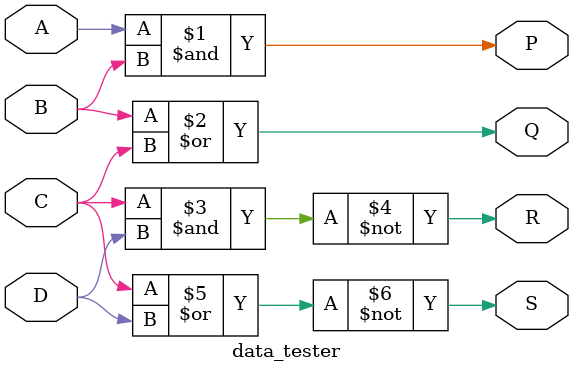
<source format=v>
`timescale 1ns / 1ps
module data_tester(
    input A, B, C, D,
    output P, Q, R, S
);
    assign P = A & B;
    assign Q = B | C;
    assign R = ~(C & D);
    assign S = ~(C | D);
endmodule

</source>
